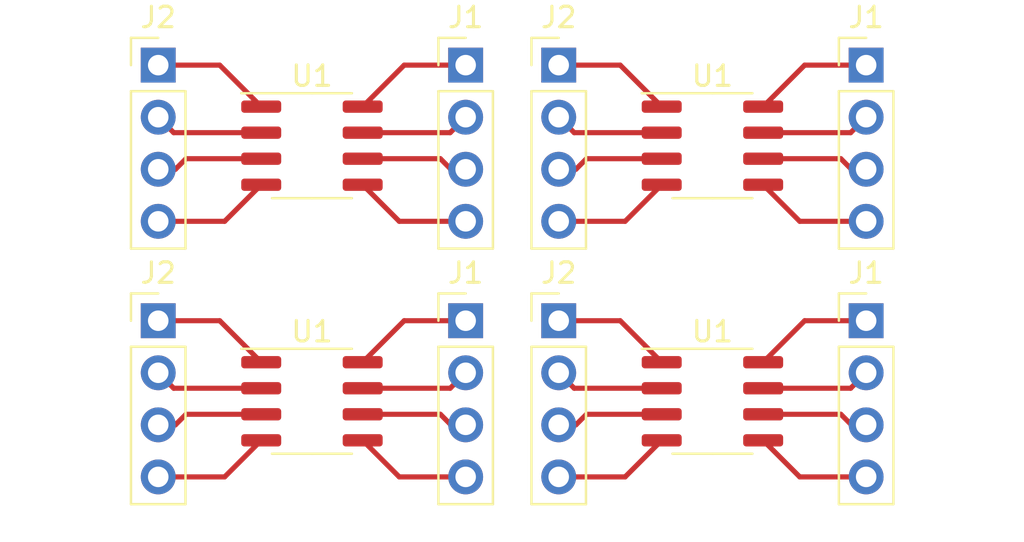
<source format=kicad_pcb>
(kicad_pcb (version 20211014) (generator pcbnew)
  (layers (0 "F.Cu" signal) (31 "B.Cu" signal) (34 "B.Paste" user) (35 "F.Paste" user) (36 "B.SilkS" user "B.Silkscreen") (37 "F.SilkS" user "F.Silkscreen") (38 "B.Mask" user) (39 "F.Mask" user) (44 "Edge.Cuts" user))
  (net 0 "")
  (net 1 "P8")
  (net 2 "P7")
  (net 3 "P6")
  (net 4 "P5")
  (net 5 "P2")
  (net 6 "P3")
  (net 7 "P4")
  (net 8 "P1")
  (footprint "Package_SO:SOIC-8_3.9x4.9mm_P1.27mm" (layer "F.Cu") (at 107.85 102.32)
    (fp_text reference "U1" (at 0 -3.4) (layer "F.SilkS"))
    (fp_text value "LP2951-5.0_SOIC")
    (fp_line (start 0 2.56) (end -1.95 2.56) (layer "F.SilkS") (width 0.12))
    (fp_line (start 0 -2.56) (end 1.95 -2.56) (layer "F.SilkS") (width 0.12))
    (fp_line (start 0 2.56) (end 1.95 2.56) (layer "F.SilkS") (width 0.12))
    (fp_line (start 0 -2.56) (end -3.45 -2.56) (layer "F.SilkS") (width 0.12))
    (pad "1" smd roundrect (at -2.475 -1.905) (size 1.95 0.6) (layers "F.Cu" "F.Paste" "F.Mask") (net 8 "P1"))
    (pad "2" smd roundrect (at -2.475 -0.635) (size 1.95 0.6) (layers "F.Cu" "F.Paste" "F.Mask") (net 5 "P2"))
    (pad "3" smd roundrect (at -2.475 0.635) (size 1.95 0.6) (layers "F.Cu" "F.Paste" "F.Mask") (net 6 "P3"))
    (pad "4" smd roundrect (at -2.475 1.905) (size 1.95 0.6) (layers "F.Cu" "F.Paste" "F.Mask") (net 7 "P4"))
    (pad "5" smd roundrect (at 2.475 1.905) (size 1.95 0.6) (layers "F.Cu" "F.Paste" "F.Mask") (net 4 "P5"))
    (pad "6" smd roundrect (at 2.475 0.635) (size 1.95 0.6) (layers "F.Cu" "F.Paste" "F.Mask") (net 3 "P6"))
    (pad "7" smd roundrect (at 2.475 -0.635) (size 1.95 0.6) (layers "F.Cu" "F.Paste" "F.Mask") (net 2 "P7"))
    (pad "8" smd roundrect (at 2.475 -1.905) (size 1.95 0.6) (layers "F.Cu" "F.Paste" "F.Mask") (net 1 "P8"))
  )
  (footprint "Package_SO:SOIC-8_3.9x4.9mm_P1.27mm" (layer "F.Cu") (at 127.39 89.85)
    (fp_text reference "U1" (at 0 -3.4) (layer "F.SilkS"))
    (fp_text value "LP2951-5.0_SOIC")
    (fp_line (start 0 2.56) (end -1.95 2.56) (layer "F.SilkS") (width 0.12))
    (fp_line (start 0 -2.56) (end 1.95 -2.56) (layer "F.SilkS") (width 0.12))
    (fp_line (start 0 2.56) (end 1.95 2.56) (layer "F.SilkS") (width 0.12))
    (fp_line (start 0 -2.56) (end -3.45 -2.56) (layer "F.SilkS") (width 0.12))
    (pad "1" smd roundrect (at -2.475 -1.905) (size 1.95 0.6) (layers "F.Cu" "F.Paste" "F.Mask") (net 8 "P1"))
    (pad "2" smd roundrect (at -2.475 -0.635) (size 1.95 0.6) (layers "F.Cu" "F.Paste" "F.Mask") (net 5 "P2"))
    (pad "3" smd roundrect (at -2.475 0.635) (size 1.95 0.6) (layers "F.Cu" "F.Paste" "F.Mask") (net 6 "P3"))
    (pad "4" smd roundrect (at -2.475 1.905) (size 1.95 0.6) (layers "F.Cu" "F.Paste" "F.Mask") (net 7 "P4"))
    (pad "5" smd roundrect (at 2.475 1.905) (size 1.95 0.6) (layers "F.Cu" "F.Paste" "F.Mask") (net 4 "P5"))
    (pad "6" smd roundrect (at 2.475 0.635) (size 1.95 0.6) (layers "F.Cu" "F.Paste" "F.Mask") (net 3 "P6"))
    (pad "7" smd roundrect (at 2.475 -0.635) (size 1.95 0.6) (layers "F.Cu" "F.Paste" "F.Mask") (net 2 "P7"))
    (pad "8" smd roundrect (at 2.475 -1.905) (size 1.95 0.6) (layers "F.Cu" "F.Paste" "F.Mask") (net 1 "P8"))
  )
  (footprint "Connector_PinHeader_2.54mm:PinHeader_1x04_P2.54mm_Vertical" (layer "F.Cu") (at 119.89 85.92)
    (fp_text reference "J2" (at 0 -2.33) (layer "F.SilkS"))
    (fp_text value "Conn_01x04_Female")
    (fp_line (start -1.33 8.95) (end 1.33 8.95) (layer "F.SilkS") (width 0.12))
    (fp_line (start -1.33 1.27) (end -1.33 8.95) (layer "F.SilkS") (width 0.12))
    (fp_line (start -1.33 -1.33) (end 0 -1.33) (layer "F.SilkS") (width 0.12))
    (fp_line (start -1.33 1.27) (end 1.33 1.27) (layer "F.SilkS") (width 0.12))
    (fp_line (start -1.33 0) (end -1.33 -1.33) (layer "F.SilkS") (width 0.12))
    (fp_line (start 1.33 1.27) (end 1.33 8.95) (layer "F.SilkS") (width 0.12))
    (pad "1" thru_hole rect (at 0 0) (size 1.7 1.7) (drill 1) (layers F&B.Cu *.Mask) (net 8 "P1"))
    (pad "2" thru_hole oval (at 0 2.54) (size 1.7 1.7) (drill 1) (layers F&B.Cu *.Mask) (net 5 "P2"))
    (pad "3" thru_hole oval (at 0 5.08) (size 1.7 1.7) (drill 1) (layers F&B.Cu *.Mask) (net 6 "P3"))
    (pad "4" thru_hole oval (at 0 7.62) (size 1.7 1.7) (drill 1) (layers F&B.Cu *.Mask) (net 7 "P4"))
  )
  (footprint "Connector_PinHeader_2.54mm:PinHeader_1x04_P2.54mm_Vertical" (layer "F.Cu") (at 115.35 85.92)
    (fp_text reference "J1" (at 0 -2.33) (layer "F.SilkS"))
    (fp_text value "Conn_01x04_Female")
    (fp_line (start -1.33 0) (end -1.33 -1.33) (layer "F.SilkS") (width 0.12))
    (fp_line (start 1.33 1.27) (end 1.33 8.95) (layer "F.SilkS") (width 0.12))
    (fp_line (start -1.33 -1.33) (end 0 -1.33) (layer "F.SilkS") (width 0.12))
    (fp_line (start -1.33 1.27) (end -1.33 8.95) (layer "F.SilkS") (width 0.12))
    (fp_line (start -1.33 1.27) (end 1.33 1.27) (layer "F.SilkS") (width 0.12))
    (fp_line (start -1.33 8.95) (end 1.33 8.95) (layer "F.SilkS") (width 0.12))
    (pad "1" thru_hole rect (at 0 0) (size 1.7 1.7) (drill 1) (layers *.Cu *.Mask) (net 1 "P8"))
    (pad "2" thru_hole oval (at 0 2.54) (size 1.7 1.7) (drill 1) (layers *.Cu *.Mask) (net 2 "P7"))
    (pad "3" thru_hole oval (at 0 5.08) (size 1.7 1.7) (drill 1) (layers *.Cu *.Mask) (net 3 "P6"))
    (pad "4" thru_hole oval (at 0 7.62) (size 1.7 1.7) (drill 1) (layers *.Cu *.Mask) (net 4 "P5"))
  )
  (footprint "Connector_PinHeader_2.54mm:PinHeader_1x04_P2.54mm_Vertical" (layer "F.Cu") (at 100.35 85.92)
    (fp_text reference "J2" (at 0 -2.33) (layer "F.SilkS"))
    (fp_text value "Conn_01x04_Female")
    (fp_line (start -1.33 8.95) (end 1.33 8.95) (layer "F.SilkS") (width 0.12))
    (fp_line (start -1.33 1.27) (end -1.33 8.95) (layer "F.SilkS") (width 0.12))
    (fp_line (start -1.33 -1.33) (end 0 -1.33) (layer "F.SilkS") (width 0.12))
    (fp_line (start -1.33 1.27) (end 1.33 1.27) (layer "F.SilkS") (width 0.12))
    (fp_line (start -1.33 0) (end -1.33 -1.33) (layer "F.SilkS") (width 0.12))
    (fp_line (start 1.33 1.27) (end 1.33 8.95) (layer "F.SilkS") (width 0.12))
    (pad "1" thru_hole rect (at 0 0) (size 1.7 1.7) (drill 1) (layers *.Cu *.Mask) (net 8 "P1"))
    (pad "2" thru_hole oval (at 0 2.54) (size 1.7 1.7) (drill 1) (layers *.Cu *.Mask) (net 5 "P2"))
    (pad "3" thru_hole oval (at 0 5.08) (size 1.7 1.7) (drill 1) (layers *.Cu *.Mask) (net 6 "P3"))
    (pad "4" thru_hole oval (at 0 7.62) (size 1.7 1.7) (drill 1) (layers *.Cu *.Mask) (net 7 "P4"))
  )
  (footprint "Connector_PinHeader_2.54mm:PinHeader_1x04_P2.54mm_Vertical" (layer "F.Cu") (at 134.89 98.39)
    (fp_text reference "J1" (at 0 -2.33) (layer "F.SilkS"))
    (fp_text value "Conn_01x04_Female")
    (fp_line (start -1.33 0) (end -1.33 -1.33) (layer "F.SilkS") (width 0.12))
    (fp_line (start 1.33 1.27) (end 1.33 8.95) (layer "F.SilkS") (width 0.12))
    (fp_line (start -1.33 -1.33) (end 0 -1.33) (layer "F.SilkS") (width 0.12))
    (fp_line (start -1.33 1.27) (end -1.33 8.95) (layer "F.SilkS") (width 0.12))
    (fp_line (start -1.33 1.27) (end 1.33 1.27) (layer "F.SilkS") (width 0.12))
    (fp_line (start -1.33 8.95) (end 1.33 8.95) (layer "F.SilkS") (width 0.12))
    (pad "1" thru_hole rect (at 0 0) (size 1.7 1.7) (drill 1) (layers F&B.Cu *.Mask) (net 1 "P8"))
    (pad "2" thru_hole oval (at 0 2.54) (size 1.7 1.7) (drill 1) (layers F&B.Cu *.Mask) (net 2 "P7"))
    (pad "3" thru_hole oval (at 0 5.08) (size 1.7 1.7) (drill 1) (layers F&B.Cu *.Mask) (net 3 "P6"))
    (pad "4" thru_hole oval (at 0 7.62) (size 1.7 1.7) (drill 1) (layers F&B.Cu *.Mask) (net 4 "P5"))
  )
  (footprint "Connector_PinHeader_2.54mm:PinHeader_1x04_P2.54mm_Vertical" (layer "F.Cu") (at 134.89 85.92)
    (fp_text reference "J1" (at 0 -2.33) (layer "F.SilkS"))
    (fp_text value "Conn_01x04_Female")
    (fp_line (start -1.33 0) (end -1.33 -1.33) (layer "F.SilkS") (width 0.12))
    (fp_line (start 1.33 1.27) (end 1.33 8.95) (layer "F.SilkS") (width 0.12))
    (fp_line (start -1.33 -1.33) (end 0 -1.33) (layer "F.SilkS") (width 0.12))
    (fp_line (start -1.33 1.27) (end -1.33 8.95) (layer "F.SilkS") (width 0.12))
    (fp_line (start -1.33 1.27) (end 1.33 1.27) (layer "F.SilkS") (width 0.12))
    (fp_line (start -1.33 8.95) (end 1.33 8.95) (layer "F.SilkS") (width 0.12))
    (pad "1" thru_hole rect (at 0 0) (size 1.7 1.7) (drill 1) (layers F&B.Cu *.Mask) (net 1 "P8"))
    (pad "2" thru_hole oval (at 0 2.54) (size 1.7 1.7) (drill 1) (layers F&B.Cu *.Mask) (net 2 "P7"))
    (pad "3" thru_hole oval (at 0 5.08) (size 1.7 1.7) (drill 1) (layers F&B.Cu *.Mask) (net 3 "P6"))
    (pad "4" thru_hole oval (at 0 7.62) (size 1.7 1.7) (drill 1) (layers F&B.Cu *.Mask) (net 4 "P5"))
  )
  (footprint "Package_SO:SOIC-8_3.9x4.9mm_P1.27mm" (layer "F.Cu") (at 107.85 89.85)
    (fp_text reference "U1" (at 0 -3.4) (layer "F.SilkS"))
    (fp_text value "LP2951-5.0_SOIC")
    (fp_line (start 0 2.56) (end -1.95 2.56) (layer "F.SilkS") (width 0.12))
    (fp_line (start 0 -2.56) (end 1.95 -2.56) (layer "F.SilkS") (width 0.12))
    (fp_line (start 0 2.56) (end 1.95 2.56) (layer "F.SilkS") (width 0.12))
    (fp_line (start 0 -2.56) (end -3.45 -2.56) (layer "F.SilkS") (width 0.12))
    (pad "1" smd roundrect (at -2.475 -1.905) (size 1.95 0.6) (layers "F.Cu" "F.Paste" "F.Mask") (net 8 "P1"))
    (pad "2" smd roundrect (at -2.475 -0.635) (size 1.95 0.6) (layers "F.Cu" "F.Paste" "F.Mask") (net 5 "P2"))
    (pad "3" smd roundrect (at -2.475 0.635) (size 1.95 0.6) (layers "F.Cu" "F.Paste" "F.Mask") (net 6 "P3"))
    (pad "4" smd roundrect (at -2.475 1.905) (size 1.95 0.6) (layers "F.Cu" "F.Paste" "F.Mask") (net 7 "P4"))
    (pad "5" smd roundrect (at 2.475 1.905) (size 1.95 0.6) (layers "F.Cu" "F.Paste" "F.Mask") (net 4 "P5"))
    (pad "6" smd roundrect (at 2.475 0.635) (size 1.95 0.6) (layers "F.Cu" "F.Paste" "F.Mask") (net 3 "P6"))
    (pad "7" smd roundrect (at 2.475 -0.635) (size 1.95 0.6) (layers "F.Cu" "F.Paste" "F.Mask") (net 2 "P7"))
    (pad "8" smd roundrect (at 2.475 -1.905) (size 1.95 0.6) (layers "F.Cu" "F.Paste" "F.Mask") (net 1 "P8"))
  )
  (footprint "Connector_PinHeader_2.54mm:PinHeader_1x04_P2.54mm_Vertical" (layer "F.Cu") (at 115.35 98.39)
    (fp_text reference "J1" (at 0 -2.33) (layer "F.SilkS"))
    (fp_text value "Conn_01x04_Female")
    (fp_line (start -1.33 0) (end -1.33 -1.33) (layer "F.SilkS") (width 0.12))
    (fp_line (start 1.33 1.27) (end 1.33 8.95) (layer "F.SilkS") (width 0.12))
    (fp_line (start -1.33 -1.33) (end 0 -1.33) (layer "F.SilkS") (width 0.12))
    (fp_line (start -1.33 1.27) (end -1.33 8.95) (layer "F.SilkS") (width 0.12))
    (fp_line (start -1.33 1.27) (end 1.33 1.27) (layer "F.SilkS") (width 0.12))
    (fp_line (start -1.33 8.95) (end 1.33 8.95) (layer "F.SilkS") (width 0.12))
    (pad "1" thru_hole rect (at 0 0) (size 1.7 1.7) (drill 1) (layers F&B.Cu *.Mask) (net 1 "P8"))
    (pad "2" thru_hole oval (at 0 2.54) (size 1.7 1.7) (drill 1) (layers F&B.Cu *.Mask) (net 2 "P7"))
    (pad "3" thru_hole oval (at 0 5.08) (size 1.7 1.7) (drill 1) (layers F&B.Cu *.Mask) (net 3 "P6"))
    (pad "4" thru_hole oval (at 0 7.62) (size 1.7 1.7) (drill 1) (layers F&B.Cu *.Mask) (net 4 "P5"))
  )
  (footprint "Connector_PinHeader_2.54mm:PinHeader_1x04_P2.54mm_Vertical" (layer "F.Cu") (at 119.89 98.39)
    (fp_text reference "J2" (at 0 -2.33) (layer "F.SilkS"))
    (fp_text value "Conn_01x04_Female")
    (fp_line (start -1.33 8.95) (end 1.33 8.95) (layer "F.SilkS") (width 0.12))
    (fp_line (start -1.33 1.27) (end -1.33 8.95) (layer "F.SilkS") (width 0.12))
    (fp_line (start -1.33 -1.33) (end 0 -1.33) (layer "F.SilkS") (width 0.12))
    (fp_line (start -1.33 1.27) (end 1.33 1.27) (layer "F.SilkS") (width 0.12))
    (fp_line (start -1.33 0) (end -1.33 -1.33) (layer "F.SilkS") (width 0.12))
    (fp_line (start 1.33 1.27) (end 1.33 8.95) (layer "F.SilkS") (width 0.12))
    (pad "1" thru_hole rect (at 0 0) (size 1.7 1.7) (drill 1) (layers F&B.Cu *.Mask) (net 8 "P1"))
    (pad "2" thru_hole oval (at 0 2.54) (size 1.7 1.7) (drill 1) (layers F&B.Cu *.Mask) (net 5 "P2"))
    (pad "3" thru_hole oval (at 0 5.08) (size 1.7 1.7) (drill 1) (layers F&B.Cu *.Mask) (net 6 "P3"))
    (pad "4" thru_hole oval (at 0 7.62) (size 1.7 1.7) (drill 1) (layers F&B.Cu *.Mask) (net 7 "P4"))
  )
  (footprint "Connector_PinHeader_2.54mm:PinHeader_1x04_P2.54mm_Vertical" (layer "F.Cu") (at 100.35 98.39)
    (fp_text reference "J2" (at 0 -2.33) (layer "F.SilkS"))
    (fp_text value "Conn_01x04_Female")
    (fp_line (start -1.33 8.95) (end 1.33 8.95) (layer "F.SilkS") (width 0.12))
    (fp_line (start -1.33 1.27) (end -1.33 8.95) (layer "F.SilkS") (width 0.12))
    (fp_line (start -1.33 -1.33) (end 0 -1.33) (layer "F.SilkS") (width 0.12))
    (fp_line (start -1.33 1.27) (end 1.33 1.27) (layer "F.SilkS") (width 0.12))
    (fp_line (start -1.33 0) (end -1.33 -1.33) (layer "F.SilkS") (width 0.12))
    (fp_line (start 1.33 1.27) (end 1.33 8.95) (layer "F.SilkS") (width 0.12))
    (pad "1" thru_hole rect (at 0 0) (size 1.7 1.7) (drill 1) (layers F&B.Cu *.Mask) (net 8 "P1"))
    (pad "2" thru_hole oval (at 0 2.54) (size 1.7 1.7) (drill 1) (layers F&B.Cu *.Mask) (net 5 "P2"))
    (pad "3" thru_hole oval (at 0 5.08) (size 1.7 1.7) (drill 1) (layers F&B.Cu *.Mask) (net 6 "P3"))
    (pad "4" thru_hole oval (at 0 7.62) (size 1.7 1.7) (drill 1) (layers F&B.Cu *.Mask) (net 7 "P4"))
  )
  (footprint "Package_SO:SOIC-8_3.9x4.9mm_P1.27mm" (layer "F.Cu") (at 127.39 102.32)
    (fp_text reference "U1" (at 0 -3.4) (layer "F.SilkS"))
    (fp_text value "LP2951-5.0_SOIC")
    (fp_line (start 0 2.56) (end -1.95 2.56) (layer "F.SilkS") (width 0.12))
    (fp_line (start 0 -2.56) (end 1.95 -2.56) (layer "F.SilkS") (width 0.12))
    (fp_line (start 0 2.56) (end 1.95 2.56) (layer "F.SilkS") (width 0.12))
    (fp_line (start 0 -2.56) (end -3.45 -2.56) (layer "F.SilkS") (width 0.12))
    (pad "1" smd roundrect (at -2.475 -1.905) (size 1.95 0.6) (layers "F.Cu" "F.Paste" "F.Mask") (net 8 "P1"))
    (pad "2" smd roundrect (at -2.475 -0.635) (size 1.95 0.6) (layers "F.Cu" "F.Paste" "F.Mask") (net 5 "P2"))
    (pad "3" smd roundrect (at -2.475 0.635) (size 1.95 0.6) (layers "F.Cu" "F.Paste" "F.Mask") (net 6 "P3"))
    (pad "4" smd roundrect (at -2.475 1.905) (size 1.95 0.6) (layers "F.Cu" "F.Paste" "F.Mask") (net 7 "P4"))
    (pad "5" smd roundrect (at 2.475 1.905) (size 1.95 0.6) (layers "F.Cu" "F.Paste" "F.Mask") (net 4 "P5"))
    (pad "6" smd roundrect (at 2.475 0.635) (size 1.95 0.6) (layers "F.Cu" "F.Paste" "F.Mask") (net 3 "P6"))
    (pad "7" smd roundrect (at 2.475 -0.635) (size 1.95 0.6) (layers "F.Cu" "F.Paste" "F.Mask") (net 2 "P7"))
    (pad "8" smd roundrect (at 2.475 -1.905) (size 1.95 0.6) (layers "F.Cu" "F.Paste" "F.Mask") (net 1 "P8"))
  )
  (segment (start 112.35 98.39) (end 115.35 98.39) (width 0.25) (layer "F.Cu") (net 1))
  (segment (start 110.325 87.945) (end 112.35 85.92) (width 0.25) (layer "F.Cu") (net 1))
  (segment (start 131.89 98.39) (end 134.89 98.39) (width 0.25) (layer "F.Cu") (net 1))
  (segment (start 129.865 100.415) (end 131.89 98.39) (width 0.25) (layer "F.Cu") (net 1))
  (segment (start 110.325 100.415) (end 112.35 98.39) (width 0.25) (layer "F.Cu") (net 1))
  (segment (start 112.35 85.92) (end 115.35 85.92) (width 0.25) (layer "F.Cu") (net 1))
  (segment (start 129.865 87.945) (end 131.89 85.92) (width 0.25) (layer "F.Cu") (net 1))
  (segment (start 131.89 85.92) (end 134.89 85.92) (width 0.25) (layer "F.Cu") (net 1))
  (segment (start 134.135 89.215) (end 134.89 88.46) (width 0.25) (layer "F.Cu") (net 2))
  (segment (start 129.865 101.685) (end 134.135 101.685) (width 0.25) (layer "F.Cu") (net 2))
  (segment (start 114.595 89.215) (end 115.35 88.46) (width 0.25) (layer "F.Cu") (net 2))
  (segment (start 110.325 89.215) (end 114.595 89.215) (width 0.25) (layer "F.Cu") (net 2))
  (segment (start 114.595 101.685) (end 115.35 100.93) (width 0.25) (layer "F.Cu") (net 2))
  (segment (start 134.135 101.685) (end 134.89 100.93) (width 0.25) (layer "F.Cu") (net 2))
  (segment (start 110.325 101.685) (end 114.595 101.685) (width 0.25) (layer "F.Cu") (net 2))
  (segment (start 129.865 89.215) (end 134.135 89.215) (width 0.25) (layer "F.Cu") (net 2))
  (segment (start 114.115 102.955) (end 114.63 103.47) (width 0.25) (layer "F.Cu") (net 3))
  (segment (start 114.63 103.47) (end 115.35 103.47) (width 0.25) (layer "F.Cu") (net 3))
  (segment (start 114.115 90.485) (end 114.63 91) (width 0.25) (layer "F.Cu") (net 3))
  (segment (start 114.63 91) (end 115.35 91) (width 0.25) (layer "F.Cu") (net 3))
  (segment (start 133.655 102.955) (end 134.17 103.47) (width 0.25) (layer "F.Cu") (net 3))
  (segment (start 110.325 90.485) (end 114.115 90.485) (width 0.25) (layer "F.Cu") (net 3))
  (segment (start 134.17 91) (end 134.89 91) (width 0.25) (layer "F.Cu") (net 3))
  (segment (start 133.655 90.485) (end 134.17 91) (width 0.25) (layer "F.Cu") (net 3))
  (segment (start 129.865 90.485) (end 133.655 90.485) (width 0.25) (layer "F.Cu") (net 3))
  (segment (start 110.325 102.955) (end 114.115 102.955) (width 0.25) (layer "F.Cu") (net 3))
  (segment (start 134.17 103.47) (end 134.89 103.47) (width 0.25) (layer "F.Cu") (net 3))
  (segment (start 129.865 102.955) (end 133.655 102.955) (width 0.25) (layer "F.Cu") (net 3))
  (segment (start 110.325 91.755) (end 112.11 93.54) (width 0.25) (layer "F.Cu") (net 4))
  (segment (start 112.11 106.01) (end 115.35 106.01) (width 0.25) (layer "F.Cu") (net 4))
  (segment (start 110.325 104.225) (end 112.11 106.01) (width 0.25) (layer "F.Cu") (net 4))
  (segment (start 129.865 104.225) (end 131.65 106.01) (width 0.25) (layer "F.Cu") (net 4))
  (segment (start 129.865 91.755) (end 131.65 93.54) (width 0.25) (layer "F.Cu") (net 4))
  (segment (start 131.65 106.01) (end 134.89 106.01) (width 0.25) (layer "F.Cu") (net 4))
  (segment (start 112.11 93.54) (end 115.35 93.54) (width 0.25) (layer "F.Cu") (net 4))
  (segment (start 131.65 93.54) (end 134.89 93.54) (width 0.25) (layer "F.Cu") (net 4))
  (segment (start 105.375 101.685) (end 101.105 101.685) (width 0.25) (layer "F.Cu") (net 5))
  (segment (start 105.375 89.215) (end 101.105 89.215) (width 0.25) (layer "F.Cu") (net 5))
  (segment (start 124.915 89.215) (end 120.645 89.215) (width 0.25) (layer "F.Cu") (net 5))
  (segment (start 101.105 101.685) (end 100.35 100.93) (width 0.25) (layer "F.Cu") (net 5))
  (segment (start 120.645 101.685) (end 119.89 100.93) (width 0.25) (layer "F.Cu") (net 5))
  (segment (start 120.645 89.215) (end 119.89 88.46) (width 0.25) (layer "F.Cu") (net 5))
  (segment (start 124.915 101.685) (end 120.645 101.685) (width 0.25) (layer "F.Cu") (net 5))
  (segment (start 101.105 89.215) (end 100.35 88.46) (width 0.25) (layer "F.Cu") (net 5))
  (segment (start 105.375 102.955) (end 101.705 102.955) (width 0.25) (layer "F.Cu") (net 6))
  (segment (start 121.245 102.955) (end 120.73 103.47) (width 0.25) (layer "F.Cu") (net 6))
  (segment (start 101.19 103.47) (end 100.35 103.47) (width 0.25) (layer "F.Cu") (net 6))
  (segment (start 120.73 91) (end 119.89 91) (width 0.25) (layer "F.Cu") (net 6))
  (segment (start 121.245 90.485) (end 120.73 91) (width 0.25) (layer "F.Cu") (net 6))
  (segment (start 124.915 90.485) (end 121.245 90.485) (width 0.25) (layer "F.Cu") (net 6))
  (segment (start 124.915 102.955) (end 121.245 102.955) (width 0.25) (layer "F.Cu") (net 6))
  (segment (start 101.705 102.955) (end 101.19 103.47) (width 0.25) (layer "F.Cu") (net 6))
  (segment (start 105.375 90.485) (end 101.705 90.485) (width 0.25) (layer "F.Cu") (net 6))
  (segment (start 120.73 103.47) (end 119.89 103.47) (width 0.25) (layer "F.Cu") (net 6))
  (segment (start 101.705 90.485) (end 101.19 91) (width 0.25) (layer "F.Cu") (net 6))
  (segment (start 101.19 91) (end 100.35 91) (width 0.25) (layer "F.Cu") (net 6))
  (segment (start 103.59 106.01) (end 100.35 106.01) (width 0.25) (layer "F.Cu") (net 7))
  (segment (start 103.59 93.54) (end 100.35 93.54) (width 0.25) (layer "F.Cu") (net 7))
  (segment (start 105.375 91.755) (end 103.59 93.54) (width 0.25) (layer "F.Cu") (net 7))
  (segment (start 123.13 93.54) (end 119.89 93.54) (width 0.25) (layer "F.Cu") (net 7))
  (segment (start 123.13 106.01) (end 119.89 106.01) (width 0.25) (layer "F.Cu") (net 7))
  (segment (start 124.915 91.755) (end 123.13 93.54) (width 0.25) (layer "F.Cu") (net 7))
  (segment (start 124.915 104.225) (end 123.13 106.01) (width 0.25) (layer "F.Cu") (net 7))
  (segment (start 105.375 104.225) (end 103.59 106.01) (width 0.25) (layer "F.Cu") (net 7))
  (segment (start 103.35 85.92) (end 100.35 85.92) (width 0.25) (layer "F.Cu") (net 8))
  (segment (start 122.89 85.92) (end 119.89 85.92) (width 0.25) (layer "F.Cu") (net 8))
  (segment (start 103.35 98.39) (end 100.35 98.39) (width 0.25) (layer "F.Cu") (net 8))
  (segment (start 124.915 100.415) (end 122.89 98.39) (width 0.25) (layer "F.Cu") (net 8))
  (segment (start 124.915 87.945) (end 122.89 85.92) (width 0.25) (layer "F.Cu") (net 8))
  (segment (start 105.375 87.945) (end 103.35 85.92) (width 0.25) (layer "F.Cu") (net 8))
  (segment (start 122.89 98.39) (end 119.89 98.39) (width 0.25) (layer "F.Cu") (net 8))
  (segment (start 105.375 100.415) (end 103.35 98.39) (width 0.25) (layer "F.Cu") (net 8))
)
</source>
